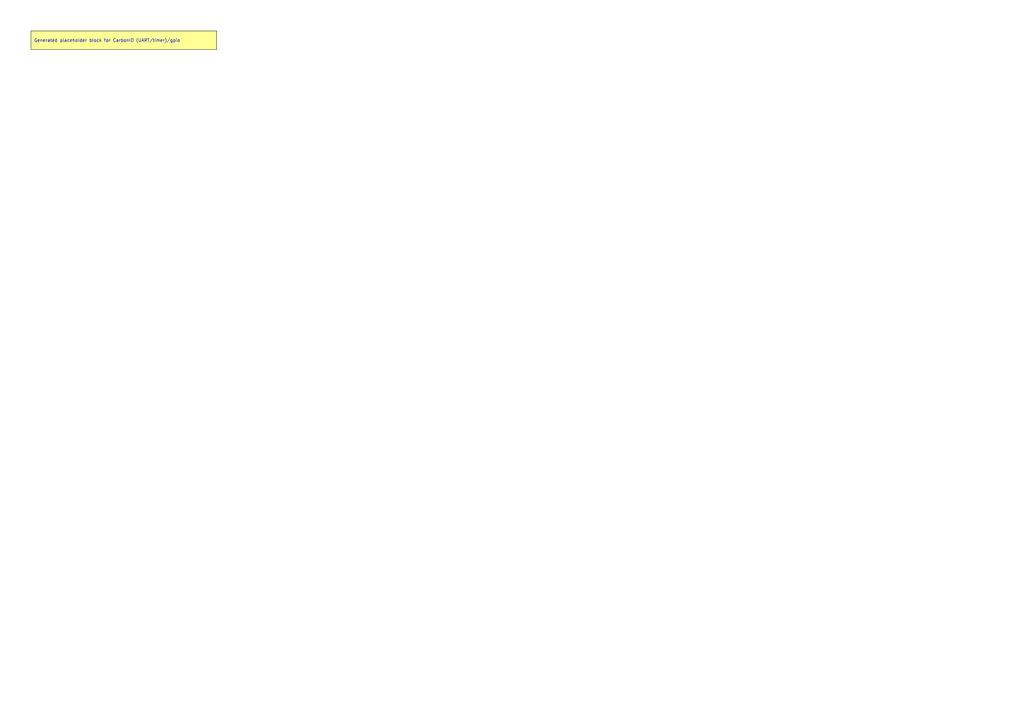
<source format=kicad_sch>
(kicad_sch
	(version 20250114)
	(generator "kicadgen")
	(generator_version "0.2")
	(uuid "ca88891c-54ec-5033-8e63-47d34589200d")
	(paper "A3")
	(title_block
		(title "CarbonIO (UART/timer)::gpio")
		(company "Project Carbon")
		(comment 1 "Generated - do not edit in generated/")
		(comment 2 "Edit in schem/kicad9/manual/ or refine mapping specs")
	)
	(lib_symbols)
	(text_box
		"Generated placeholder block for CarbonIO (UART/timer)/gpio"
		(exclude_from_sim no)
		(at
			12.7
			12.7
			0
		)
		(size 76.2 7.62)
		(margins
			1.27
			1.27
			1.27
			1.27
		)
		(stroke
			(width 0)
			(type default)
			(color
				0
				0
				0
				1
			)
		)
		(fill
			(type color)
			(color
				255
				255
				150
				1
			)
		)
		(effects
			(font
				(size 1.27 1.27)
			)
			(justify left)
		)
		(uuid "2217847d-aa03-5c6a-bfa5-78cee96e64a8")
	)
	(sheet_instances
		(path
			"/"
			(page "1")
		)
	)
	(embedded_fonts no)
)

</source>
